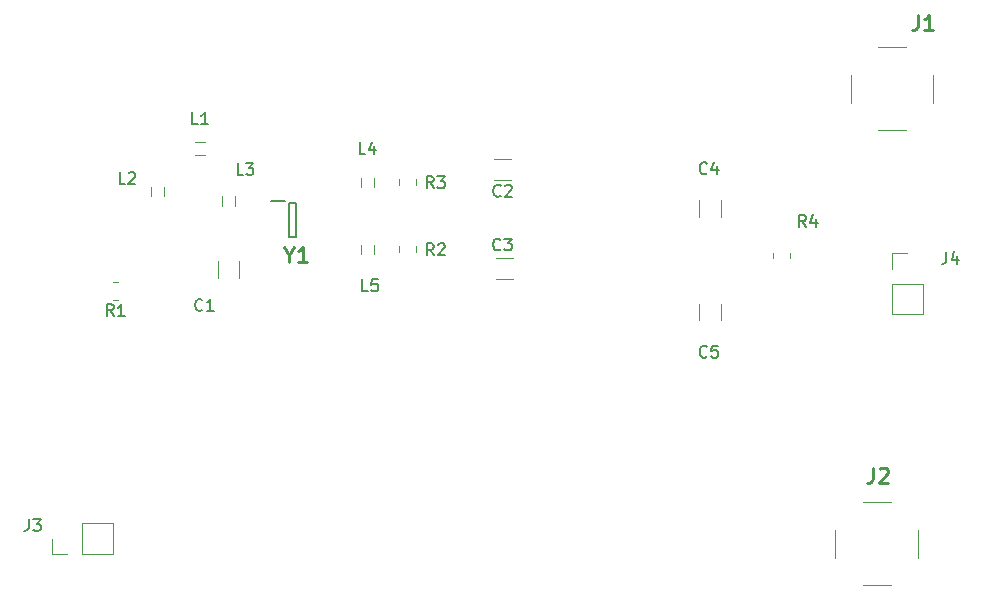
<source format=gbr>
%TF.GenerationSoftware,KiCad,Pcbnew,7.0.8-7.0.8~ubuntu22.04.1*%
%TF.CreationDate,2023-10-09T20:30:47-05:00*%
%TF.ProjectId,VCO_Test_Board,56434f5f-5465-4737-945f-426f6172642e,rev?*%
%TF.SameCoordinates,Original*%
%TF.FileFunction,Legend,Top*%
%TF.FilePolarity,Positive*%
%FSLAX46Y46*%
G04 Gerber Fmt 4.6, Leading zero omitted, Abs format (unit mm)*
G04 Created by KiCad (PCBNEW 7.0.8-7.0.8~ubuntu22.04.1) date 2023-10-09 20:30:47*
%MOMM*%
%LPD*%
G01*
G04 APERTURE LIST*
%ADD10C,0.254000*%
%ADD11C,0.150000*%
%ADD12C,0.200000*%
%ADD13C,0.120000*%
%ADD14C,0.100000*%
G04 APERTURE END LIST*
D10*
X59413657Y-54843106D02*
X59413657Y-55447868D01*
X58990324Y-54177868D02*
X59413657Y-54843106D01*
X59413657Y-54843106D02*
X59836991Y-54177868D01*
X60925562Y-55447868D02*
X60199847Y-55447868D01*
X60562704Y-55447868D02*
X60562704Y-54177868D01*
X60562704Y-54177868D02*
X60441752Y-54359296D01*
X60441752Y-54359296D02*
X60320800Y-54480249D01*
X60320800Y-54480249D02*
X60199847Y-54540725D01*
D11*
X45553333Y-48868896D02*
X45077143Y-48868896D01*
X45077143Y-48868896D02*
X45077143Y-47868896D01*
X45839048Y-47964134D02*
X45886667Y-47916515D01*
X45886667Y-47916515D02*
X45981905Y-47868896D01*
X45981905Y-47868896D02*
X46220000Y-47868896D01*
X46220000Y-47868896D02*
X46315238Y-47916515D01*
X46315238Y-47916515D02*
X46362857Y-47964134D01*
X46362857Y-47964134D02*
X46410476Y-48059372D01*
X46410476Y-48059372D02*
X46410476Y-48154610D01*
X46410476Y-48154610D02*
X46362857Y-48297467D01*
X46362857Y-48297467D02*
X45791429Y-48868896D01*
X45791429Y-48868896D02*
X46410476Y-48868896D01*
X94784828Y-47944139D02*
X94737209Y-47991759D01*
X94737209Y-47991759D02*
X94594352Y-48039378D01*
X94594352Y-48039378D02*
X94499114Y-48039378D01*
X94499114Y-48039378D02*
X94356257Y-47991759D01*
X94356257Y-47991759D02*
X94261019Y-47896520D01*
X94261019Y-47896520D02*
X94213400Y-47801282D01*
X94213400Y-47801282D02*
X94165781Y-47610806D01*
X94165781Y-47610806D02*
X94165781Y-47467949D01*
X94165781Y-47467949D02*
X94213400Y-47277473D01*
X94213400Y-47277473D02*
X94261019Y-47182235D01*
X94261019Y-47182235D02*
X94356257Y-47086997D01*
X94356257Y-47086997D02*
X94499114Y-47039378D01*
X94499114Y-47039378D02*
X94594352Y-47039378D01*
X94594352Y-47039378D02*
X94737209Y-47086997D01*
X94737209Y-47086997D02*
X94784828Y-47134616D01*
X95641971Y-47372711D02*
X95641971Y-48039378D01*
X95403876Y-46991759D02*
X95165781Y-47706044D01*
X95165781Y-47706044D02*
X95784828Y-47706044D01*
X51695833Y-43788896D02*
X51219643Y-43788896D01*
X51219643Y-43788896D02*
X51219643Y-42788896D01*
X52552976Y-43788896D02*
X51981548Y-43788896D01*
X52267262Y-43788896D02*
X52267262Y-42788896D01*
X52267262Y-42788896D02*
X52172024Y-42931753D01*
X52172024Y-42931753D02*
X52076786Y-43026991D01*
X52076786Y-43026991D02*
X51981548Y-43074610D01*
X52071469Y-59498648D02*
X52023850Y-59546268D01*
X52023850Y-59546268D02*
X51880993Y-59593887D01*
X51880993Y-59593887D02*
X51785755Y-59593887D01*
X51785755Y-59593887D02*
X51642898Y-59546268D01*
X51642898Y-59546268D02*
X51547660Y-59451029D01*
X51547660Y-59451029D02*
X51500041Y-59355791D01*
X51500041Y-59355791D02*
X51452422Y-59165315D01*
X51452422Y-59165315D02*
X51452422Y-59022458D01*
X51452422Y-59022458D02*
X51500041Y-58831982D01*
X51500041Y-58831982D02*
X51547660Y-58736744D01*
X51547660Y-58736744D02*
X51642898Y-58641506D01*
X51642898Y-58641506D02*
X51785755Y-58593887D01*
X51785755Y-58593887D02*
X51880993Y-58593887D01*
X51880993Y-58593887D02*
X52023850Y-58641506D01*
X52023850Y-58641506D02*
X52071469Y-58689125D01*
X53023850Y-59593887D02*
X52452422Y-59593887D01*
X52738136Y-59593887D02*
X52738136Y-58593887D01*
X52738136Y-58593887D02*
X52642898Y-58736744D01*
X52642898Y-58736744D02*
X52547660Y-58831982D01*
X52547660Y-58831982D02*
X52452422Y-58879601D01*
X77314932Y-54390997D02*
X77267313Y-54438617D01*
X77267313Y-54438617D02*
X77124456Y-54486236D01*
X77124456Y-54486236D02*
X77029218Y-54486236D01*
X77029218Y-54486236D02*
X76886361Y-54438617D01*
X76886361Y-54438617D02*
X76791123Y-54343378D01*
X76791123Y-54343378D02*
X76743504Y-54248140D01*
X76743504Y-54248140D02*
X76695885Y-54057664D01*
X76695885Y-54057664D02*
X76695885Y-53914807D01*
X76695885Y-53914807D02*
X76743504Y-53724331D01*
X76743504Y-53724331D02*
X76791123Y-53629093D01*
X76791123Y-53629093D02*
X76886361Y-53533855D01*
X76886361Y-53533855D02*
X77029218Y-53486236D01*
X77029218Y-53486236D02*
X77124456Y-53486236D01*
X77124456Y-53486236D02*
X77267313Y-53533855D01*
X77267313Y-53533855D02*
X77314932Y-53581474D01*
X77648266Y-53486236D02*
X78267313Y-53486236D01*
X78267313Y-53486236D02*
X77933980Y-53867188D01*
X77933980Y-53867188D02*
X78076837Y-53867188D01*
X78076837Y-53867188D02*
X78172075Y-53914807D01*
X78172075Y-53914807D02*
X78219694Y-53962426D01*
X78219694Y-53962426D02*
X78267313Y-54057664D01*
X78267313Y-54057664D02*
X78267313Y-54295759D01*
X78267313Y-54295759D02*
X78219694Y-54390997D01*
X78219694Y-54390997D02*
X78172075Y-54438617D01*
X78172075Y-54438617D02*
X78076837Y-54486236D01*
X78076837Y-54486236D02*
X77791123Y-54486236D01*
X77791123Y-54486236D02*
X77695885Y-54438617D01*
X77695885Y-54438617D02*
X77648266Y-54390997D01*
X103181383Y-52487991D02*
X102848050Y-52011800D01*
X102609955Y-52487991D02*
X102609955Y-51487991D01*
X102609955Y-51487991D02*
X102990907Y-51487991D01*
X102990907Y-51487991D02*
X103086145Y-51535610D01*
X103086145Y-51535610D02*
X103133764Y-51583229D01*
X103133764Y-51583229D02*
X103181383Y-51678467D01*
X103181383Y-51678467D02*
X103181383Y-51821324D01*
X103181383Y-51821324D02*
X103133764Y-51916562D01*
X103133764Y-51916562D02*
X103086145Y-51964181D01*
X103086145Y-51964181D02*
X102990907Y-52011800D01*
X102990907Y-52011800D02*
X102609955Y-52011800D01*
X104038526Y-51821324D02*
X104038526Y-52487991D01*
X103800431Y-51440372D02*
X103562336Y-52154657D01*
X103562336Y-52154657D02*
X104181383Y-52154657D01*
X55534915Y-48098649D02*
X55058725Y-48098649D01*
X55058725Y-48098649D02*
X55058725Y-47098649D01*
X55773011Y-47098649D02*
X56392058Y-47098649D01*
X56392058Y-47098649D02*
X56058725Y-47479601D01*
X56058725Y-47479601D02*
X56201582Y-47479601D01*
X56201582Y-47479601D02*
X56296820Y-47527220D01*
X56296820Y-47527220D02*
X56344439Y-47574839D01*
X56344439Y-47574839D02*
X56392058Y-47670077D01*
X56392058Y-47670077D02*
X56392058Y-47908172D01*
X56392058Y-47908172D02*
X56344439Y-48003410D01*
X56344439Y-48003410D02*
X56296820Y-48051030D01*
X56296820Y-48051030D02*
X56201582Y-48098649D01*
X56201582Y-48098649D02*
X55915868Y-48098649D01*
X55915868Y-48098649D02*
X55820630Y-48051030D01*
X55820630Y-48051030D02*
X55773011Y-48003410D01*
X37378658Y-77239000D02*
X37378658Y-77953285D01*
X37378658Y-77953285D02*
X37331039Y-78096142D01*
X37331039Y-78096142D02*
X37235801Y-78191381D01*
X37235801Y-78191381D02*
X37092944Y-78239000D01*
X37092944Y-78239000D02*
X36997706Y-78239000D01*
X37759611Y-77239000D02*
X38378658Y-77239000D01*
X38378658Y-77239000D02*
X38045325Y-77619952D01*
X38045325Y-77619952D02*
X38188182Y-77619952D01*
X38188182Y-77619952D02*
X38283420Y-77667571D01*
X38283420Y-77667571D02*
X38331039Y-77715190D01*
X38331039Y-77715190D02*
X38378658Y-77810428D01*
X38378658Y-77810428D02*
X38378658Y-78048523D01*
X38378658Y-78048523D02*
X38331039Y-78143761D01*
X38331039Y-78143761D02*
X38283420Y-78191381D01*
X38283420Y-78191381D02*
X38188182Y-78239000D01*
X38188182Y-78239000D02*
X37902468Y-78239000D01*
X37902468Y-78239000D02*
X37807230Y-78191381D01*
X37807230Y-78191381D02*
X37759611Y-78143761D01*
X65873333Y-46328896D02*
X65397143Y-46328896D01*
X65397143Y-46328896D02*
X65397143Y-45328896D01*
X66635238Y-45662229D02*
X66635238Y-46328896D01*
X66397143Y-45281277D02*
X66159048Y-45995562D01*
X66159048Y-45995562D02*
X66778095Y-45995562D01*
X77324438Y-49842106D02*
X77276819Y-49889726D01*
X77276819Y-49889726D02*
X77133962Y-49937345D01*
X77133962Y-49937345D02*
X77038724Y-49937345D01*
X77038724Y-49937345D02*
X76895867Y-49889726D01*
X76895867Y-49889726D02*
X76800629Y-49794487D01*
X76800629Y-49794487D02*
X76753010Y-49699249D01*
X76753010Y-49699249D02*
X76705391Y-49508773D01*
X76705391Y-49508773D02*
X76705391Y-49365916D01*
X76705391Y-49365916D02*
X76753010Y-49175440D01*
X76753010Y-49175440D02*
X76800629Y-49080202D01*
X76800629Y-49080202D02*
X76895867Y-48984964D01*
X76895867Y-48984964D02*
X77038724Y-48937345D01*
X77038724Y-48937345D02*
X77133962Y-48937345D01*
X77133962Y-48937345D02*
X77276819Y-48984964D01*
X77276819Y-48984964D02*
X77324438Y-49032583D01*
X77705391Y-49032583D02*
X77753010Y-48984964D01*
X77753010Y-48984964D02*
X77848248Y-48937345D01*
X77848248Y-48937345D02*
X78086343Y-48937345D01*
X78086343Y-48937345D02*
X78181581Y-48984964D01*
X78181581Y-48984964D02*
X78229200Y-49032583D01*
X78229200Y-49032583D02*
X78276819Y-49127821D01*
X78276819Y-49127821D02*
X78276819Y-49223059D01*
X78276819Y-49223059D02*
X78229200Y-49365916D01*
X78229200Y-49365916D02*
X77657772Y-49937345D01*
X77657772Y-49937345D02*
X78276819Y-49937345D01*
X71645403Y-49207617D02*
X71312070Y-48731426D01*
X71073975Y-49207617D02*
X71073975Y-48207617D01*
X71073975Y-48207617D02*
X71454927Y-48207617D01*
X71454927Y-48207617D02*
X71550165Y-48255236D01*
X71550165Y-48255236D02*
X71597784Y-48302855D01*
X71597784Y-48302855D02*
X71645403Y-48398093D01*
X71645403Y-48398093D02*
X71645403Y-48540950D01*
X71645403Y-48540950D02*
X71597784Y-48636188D01*
X71597784Y-48636188D02*
X71550165Y-48683807D01*
X71550165Y-48683807D02*
X71454927Y-48731426D01*
X71454927Y-48731426D02*
X71073975Y-48731426D01*
X71978737Y-48207617D02*
X72597784Y-48207617D01*
X72597784Y-48207617D02*
X72264451Y-48588569D01*
X72264451Y-48588569D02*
X72407308Y-48588569D01*
X72407308Y-48588569D02*
X72502546Y-48636188D01*
X72502546Y-48636188D02*
X72550165Y-48683807D01*
X72550165Y-48683807D02*
X72597784Y-48779045D01*
X72597784Y-48779045D02*
X72597784Y-49017140D01*
X72597784Y-49017140D02*
X72550165Y-49112378D01*
X72550165Y-49112378D02*
X72502546Y-49159998D01*
X72502546Y-49159998D02*
X72407308Y-49207617D01*
X72407308Y-49207617D02*
X72121594Y-49207617D01*
X72121594Y-49207617D02*
X72026356Y-49159998D01*
X72026356Y-49159998D02*
X71978737Y-49112378D01*
X66103865Y-57930831D02*
X65627675Y-57930831D01*
X65627675Y-57930831D02*
X65627675Y-56930831D01*
X66913389Y-56930831D02*
X66437199Y-56930831D01*
X66437199Y-56930831D02*
X66389580Y-57407021D01*
X66389580Y-57407021D02*
X66437199Y-57359402D01*
X66437199Y-57359402D02*
X66532437Y-57311783D01*
X66532437Y-57311783D02*
X66770532Y-57311783D01*
X66770532Y-57311783D02*
X66865770Y-57359402D01*
X66865770Y-57359402D02*
X66913389Y-57407021D01*
X66913389Y-57407021D02*
X66961008Y-57502259D01*
X66961008Y-57502259D02*
X66961008Y-57740354D01*
X66961008Y-57740354D02*
X66913389Y-57835592D01*
X66913389Y-57835592D02*
X66865770Y-57883212D01*
X66865770Y-57883212D02*
X66770532Y-57930831D01*
X66770532Y-57930831D02*
X66532437Y-57930831D01*
X66532437Y-57930831D02*
X66437199Y-57883212D01*
X66437199Y-57883212D02*
X66389580Y-57835592D01*
D10*
X112651482Y-34567658D02*
X112651482Y-35474801D01*
X112651482Y-35474801D02*
X112591005Y-35656229D01*
X112591005Y-35656229D02*
X112470053Y-35777182D01*
X112470053Y-35777182D02*
X112288624Y-35837658D01*
X112288624Y-35837658D02*
X112167672Y-35837658D01*
X113921482Y-35837658D02*
X113195767Y-35837658D01*
X113558624Y-35837658D02*
X113558624Y-34567658D01*
X113558624Y-34567658D02*
X113437672Y-34749086D01*
X113437672Y-34749086D02*
X113316720Y-34870039D01*
X113316720Y-34870039D02*
X113195767Y-34930515D01*
D11*
X94784828Y-63461982D02*
X94737209Y-63509602D01*
X94737209Y-63509602D02*
X94594352Y-63557221D01*
X94594352Y-63557221D02*
X94499114Y-63557221D01*
X94499114Y-63557221D02*
X94356257Y-63509602D01*
X94356257Y-63509602D02*
X94261019Y-63414363D01*
X94261019Y-63414363D02*
X94213400Y-63319125D01*
X94213400Y-63319125D02*
X94165781Y-63128649D01*
X94165781Y-63128649D02*
X94165781Y-62985792D01*
X94165781Y-62985792D02*
X94213400Y-62795316D01*
X94213400Y-62795316D02*
X94261019Y-62700078D01*
X94261019Y-62700078D02*
X94356257Y-62604840D01*
X94356257Y-62604840D02*
X94499114Y-62557221D01*
X94499114Y-62557221D02*
X94594352Y-62557221D01*
X94594352Y-62557221D02*
X94737209Y-62604840D01*
X94737209Y-62604840D02*
X94784828Y-62652459D01*
X95689590Y-62557221D02*
X95213400Y-62557221D01*
X95213400Y-62557221D02*
X95165781Y-63033411D01*
X95165781Y-63033411D02*
X95213400Y-62985792D01*
X95213400Y-62985792D02*
X95308638Y-62938173D01*
X95308638Y-62938173D02*
X95546733Y-62938173D01*
X95546733Y-62938173D02*
X95641971Y-62985792D01*
X95641971Y-62985792D02*
X95689590Y-63033411D01*
X95689590Y-63033411D02*
X95737209Y-63128649D01*
X95737209Y-63128649D02*
X95737209Y-63366744D01*
X95737209Y-63366744D02*
X95689590Y-63461982D01*
X95689590Y-63461982D02*
X95641971Y-63509602D01*
X95641971Y-63509602D02*
X95546733Y-63557221D01*
X95546733Y-63557221D02*
X95308638Y-63557221D01*
X95308638Y-63557221D02*
X95213400Y-63509602D01*
X95213400Y-63509602D02*
X95165781Y-63461982D01*
X71661569Y-54888907D02*
X71328236Y-54412716D01*
X71090141Y-54888907D02*
X71090141Y-53888907D01*
X71090141Y-53888907D02*
X71471093Y-53888907D01*
X71471093Y-53888907D02*
X71566331Y-53936526D01*
X71566331Y-53936526D02*
X71613950Y-53984145D01*
X71613950Y-53984145D02*
X71661569Y-54079383D01*
X71661569Y-54079383D02*
X71661569Y-54222240D01*
X71661569Y-54222240D02*
X71613950Y-54317478D01*
X71613950Y-54317478D02*
X71566331Y-54365097D01*
X71566331Y-54365097D02*
X71471093Y-54412716D01*
X71471093Y-54412716D02*
X71090141Y-54412716D01*
X72042522Y-53984145D02*
X72090141Y-53936526D01*
X72090141Y-53936526D02*
X72185379Y-53888907D01*
X72185379Y-53888907D02*
X72423474Y-53888907D01*
X72423474Y-53888907D02*
X72518712Y-53936526D01*
X72518712Y-53936526D02*
X72566331Y-53984145D01*
X72566331Y-53984145D02*
X72613950Y-54079383D01*
X72613950Y-54079383D02*
X72613950Y-54174621D01*
X72613950Y-54174621D02*
X72566331Y-54317478D01*
X72566331Y-54317478D02*
X71994903Y-54888907D01*
X71994903Y-54888907D02*
X72613950Y-54888907D01*
X44553333Y-60038896D02*
X44220000Y-59562705D01*
X43981905Y-60038896D02*
X43981905Y-59038896D01*
X43981905Y-59038896D02*
X44362857Y-59038896D01*
X44362857Y-59038896D02*
X44458095Y-59086515D01*
X44458095Y-59086515D02*
X44505714Y-59134134D01*
X44505714Y-59134134D02*
X44553333Y-59229372D01*
X44553333Y-59229372D02*
X44553333Y-59372229D01*
X44553333Y-59372229D02*
X44505714Y-59467467D01*
X44505714Y-59467467D02*
X44458095Y-59515086D01*
X44458095Y-59515086D02*
X44362857Y-59562705D01*
X44362857Y-59562705D02*
X43981905Y-59562705D01*
X45505714Y-60038896D02*
X44934286Y-60038896D01*
X45220000Y-60038896D02*
X45220000Y-59038896D01*
X45220000Y-59038896D02*
X45124762Y-59181753D01*
X45124762Y-59181753D02*
X45029524Y-59276991D01*
X45029524Y-59276991D02*
X44934286Y-59324610D01*
X115074693Y-54598409D02*
X115074693Y-55312694D01*
X115074693Y-55312694D02*
X115027074Y-55455551D01*
X115027074Y-55455551D02*
X114931836Y-55550790D01*
X114931836Y-55550790D02*
X114788979Y-55598409D01*
X114788979Y-55598409D02*
X114693741Y-55598409D01*
X115979455Y-54931742D02*
X115979455Y-55598409D01*
X115741360Y-54550790D02*
X115503265Y-55265075D01*
X115503265Y-55265075D02*
X116122312Y-55265075D01*
D10*
X108860818Y-72878480D02*
X108860818Y-73785623D01*
X108860818Y-73785623D02*
X108800341Y-73967051D01*
X108800341Y-73967051D02*
X108679389Y-74088004D01*
X108679389Y-74088004D02*
X108497960Y-74148480D01*
X108497960Y-74148480D02*
X108377008Y-74148480D01*
X109405103Y-72999432D02*
X109465579Y-72938956D01*
X109465579Y-72938956D02*
X109586532Y-72878480D01*
X109586532Y-72878480D02*
X109888913Y-72878480D01*
X109888913Y-72878480D02*
X110009865Y-72938956D01*
X110009865Y-72938956D02*
X110070341Y-72999432D01*
X110070341Y-72999432D02*
X110130818Y-73120384D01*
X110130818Y-73120384D02*
X110130818Y-73241337D01*
X110130818Y-73241337D02*
X110070341Y-73422765D01*
X110070341Y-73422765D02*
X109344627Y-74148480D01*
X109344627Y-74148480D02*
X110130818Y-74148480D01*
D12*
%TO.C,Y1*%
X57860000Y-50304077D02*
X59060000Y-50304077D01*
X59410000Y-50454077D02*
X60010000Y-50454077D01*
X59410000Y-53354077D02*
X59410000Y-50454077D01*
X60010000Y-50454077D02*
X60010000Y-53354077D01*
X60010000Y-53354077D02*
X59410000Y-53354077D01*
D13*
%TO.C,L2*%
X48820000Y-49076955D02*
X48820000Y-49876199D01*
X47700000Y-49076955D02*
X47700000Y-49876199D01*
%TO.C,C4*%
X95955000Y-50242825D02*
X95955000Y-51665329D01*
X94135000Y-50242825D02*
X94135000Y-51665329D01*
%TO.C,L1*%
X52262122Y-46434077D02*
X51462878Y-46434077D01*
X52262122Y-45314077D02*
X51462878Y-45314077D01*
%TO.C,C1*%
X53389589Y-56816837D02*
X53389589Y-55394333D01*
X55209589Y-56816837D02*
X55209589Y-55394333D01*
%TO.C,C3*%
X78386252Y-56944077D02*
X76963748Y-56944077D01*
X78386252Y-55124077D02*
X76963748Y-55124077D01*
%TO.C,R4*%
X100367321Y-55121824D02*
X100367321Y-54667696D01*
X101837321Y-55121824D02*
X101837321Y-54667696D01*
%TO.C,L3*%
X54865000Y-49914455D02*
X54865000Y-50713699D01*
X53745000Y-49914455D02*
X53745000Y-50713699D01*
%TO.C,J3*%
X39310000Y-80224077D02*
X39310000Y-78894077D01*
X40640000Y-80224077D02*
X39310000Y-80224077D01*
X41910000Y-80224077D02*
X44510000Y-80224077D01*
X41910000Y-80224077D02*
X41910000Y-77564077D01*
X44510000Y-80224077D02*
X44510000Y-77564077D01*
X41910000Y-77564077D02*
X44510000Y-77564077D01*
%TO.C,L4*%
X65480000Y-49138699D02*
X65480000Y-48339455D01*
X66600000Y-49138699D02*
X66600000Y-48339455D01*
%TO.C,C2*%
X78202357Y-48542526D02*
X76779853Y-48542526D01*
X78202357Y-46722526D02*
X76779853Y-46722526D01*
%TO.C,R3*%
X68722183Y-48918277D02*
X68722183Y-48464149D01*
X70192183Y-48918277D02*
X70192183Y-48464149D01*
%TO.C,L5*%
X66600000Y-54029455D02*
X66600000Y-54828699D01*
X65480000Y-54029455D02*
X65480000Y-54828699D01*
D14*
%TO.C,J1*%
X106955000Y-39594077D02*
X106955000Y-41994077D01*
X109255000Y-37294077D02*
X111655000Y-37294077D01*
X109255000Y-44294077D02*
X111655000Y-44294077D01*
X113955000Y-41994077D02*
X113955000Y-39594077D01*
D13*
%TO.C,C5*%
X94135000Y-60401252D02*
X94135000Y-58978748D01*
X95955000Y-60401252D02*
X95955000Y-58978748D01*
%TO.C,R2*%
X70192183Y-54144669D02*
X70192183Y-54598797D01*
X68722183Y-54144669D02*
X68722183Y-54598797D01*
%TO.C,R1*%
X44947064Y-58669077D02*
X44492936Y-58669077D01*
X44947064Y-57199077D02*
X44492936Y-57199077D01*
%TO.C,J4*%
X110430000Y-54704077D02*
X111760000Y-54704077D01*
X110430000Y-56034077D02*
X110430000Y-54704077D01*
X110430000Y-57304077D02*
X110430000Y-59904077D01*
X110430000Y-57304077D02*
X113090000Y-57304077D01*
X110430000Y-59904077D02*
X113090000Y-59904077D01*
X113090000Y-57304077D02*
X113090000Y-59904077D01*
D14*
%TO.C,J2*%
X105675699Y-78120150D02*
X105675699Y-80520150D01*
X107975699Y-75820150D02*
X110375699Y-75820150D01*
X107975699Y-82820150D02*
X110375699Y-82820150D01*
X112675699Y-80520150D02*
X112675699Y-78120150D01*
%TD*%
M02*

</source>
